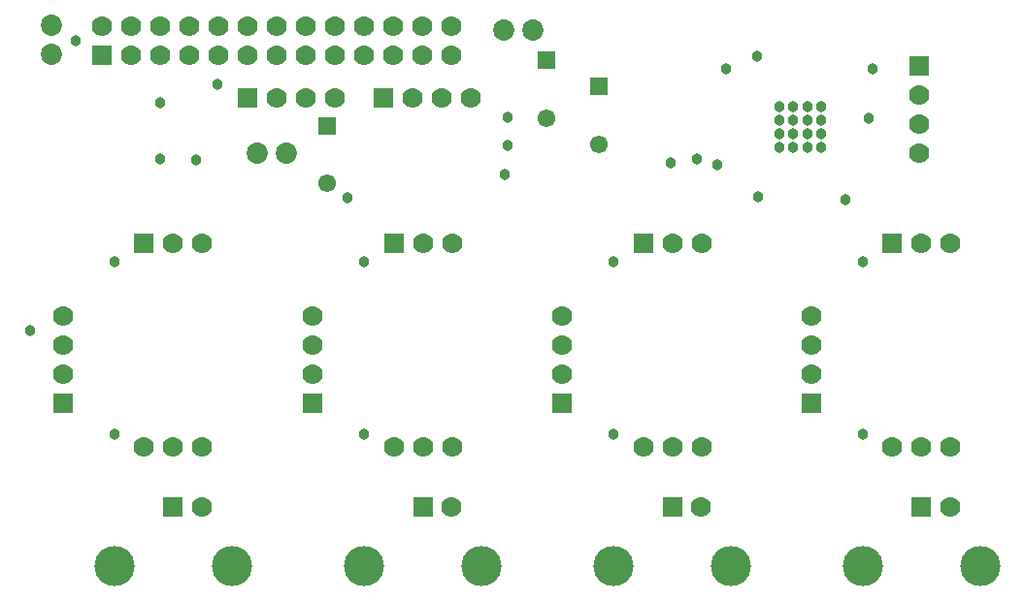
<source format=gbs>
%FSTAX23Y23*%
%MOIN*%
%SFA1B1*%

%IPPOS*%
%ADD59R,0.070000X0.070000*%
%ADD60C,0.070000*%
%ADD61C,0.061150*%
%ADD62R,0.061150X0.061150*%
%ADD63R,0.070000X0.070000*%
%ADD64C,0.137920*%
%ADD65C,0.073000*%
%ADD66C,0.038000*%
%LNboard_pcb-1*%
%LPD*%
G54D59*
X01322Y0304D03*
X02288Y02891D03*
X01466Y02392D03*
X02323D03*
X04036D03*
X0318D03*
X01822Y02892D03*
G54D60*
X01322Y0314D03*
X01422Y0304D03*
Y0314D03*
X01522Y0304D03*
Y0314D03*
X01622Y0304D03*
Y0314D03*
X01722Y0304D03*
Y0314D03*
X01822Y0304D03*
Y0314D03*
X01922Y0304D03*
Y0314D03*
X02022Y0304D03*
Y0314D03*
X02122Y0304D03*
Y0314D03*
X02222Y0304D03*
Y0314D03*
X02322Y0304D03*
Y0314D03*
X02422Y0304D03*
Y0314D03*
X02522Y0304D03*
Y0314D03*
X02588Y02891D03*
X02488D03*
X02388D03*
X04129Y02701D03*
Y02801D03*
Y02901D03*
X01466Y01692D03*
X01566D03*
X01666D03*
X01665Y01485D03*
X01566Y02392D03*
X01666D03*
X01187Y01942D03*
Y02042D03*
Y02142D03*
X02043Y01942D03*
Y02042D03*
Y02142D03*
X02521Y01485D03*
X02323Y01692D03*
X02423D03*
X02523D03*
X02423Y02392D03*
X02523D03*
X029Y02142D03*
Y02042D03*
Y01942D03*
X03757Y02142D03*
Y02042D03*
Y01942D03*
X0338Y01692D03*
X0328D03*
X0318D03*
X04236D03*
X04136D03*
X04036D03*
X04236Y02392D03*
X04136D03*
X04235Y01485D03*
X03378D03*
X0338Y02392D03*
X0328D03*
X02122Y02892D03*
X02022D03*
X01922D03*
G54D61*
X02847Y02824D03*
X03027Y02734D03*
X02096Y02598D03*
G54D62*
X02847Y03021D03*
X03027Y02931D03*
X02096Y02795D03*
G54D63*
X04129Y03001D03*
X01566Y01485D03*
X01187Y01842D03*
X02043D03*
X02423Y01485D03*
X029Y01842D03*
X03757D03*
X04136Y01485D03*
X0328D03*
G54D64*
X01366Y01284D03*
X01767D03*
X02222D03*
X02624D03*
X04337D03*
X03936D03*
X03481D03*
X03079D03*
G54D65*
X01148Y03044D03*
Y03144D03*
X028Y03125D03*
X027D03*
X01954Y02703D03*
X01854D03*
G54D66*
X0152Y02683D03*
X01521Y02876D03*
X03466Y02991D03*
X03366Y02681D03*
X03436Y02661D03*
X03969Y02994D03*
X03571Y03037D03*
X03956Y02823D03*
X03875Y02542D03*
X03273Y0267D03*
X03573Y02551D03*
X02165Y02548D03*
X02705Y02628D03*
X02716Y0273D03*
X02713Y02827D03*
X01074Y02091D03*
X01231Y0309D03*
X01718Y0294D03*
X01645Y0268D03*
X01366Y01736D03*
Y0233D03*
X02222D03*
Y01736D03*
X03936D03*
Y0233D03*
X03079D03*
Y01736D03*
X0379Y02722D03*
X03743D03*
X03695D03*
X03648D03*
X0379Y02769D03*
X03743D03*
X03695D03*
X03648D03*
X0379Y02816D03*
X03743D03*
X03695D03*
X03648D03*
X0379Y02864D03*
X03743D03*
X03695D03*
X03648D03*
M02*
</source>
